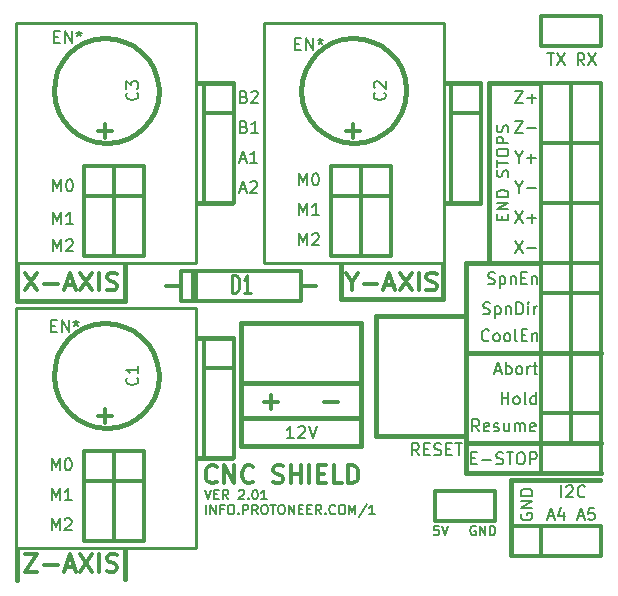
<source format=gto>
G04 (created by PCBNEW-RS274X (2012-01-19 BZR 3256)-stable) date 20/07/2013 4:07:59 p.m.*
G01*
G70*
G90*
%MOIN*%
G04 Gerber Fmt 3.4, Leading zero omitted, Abs format*
%FSLAX34Y34*%
G04 APERTURE LIST*
%ADD10C,0.006000*%
%ADD11C,0.005900*%
%ADD12C,0.015000*%
%ADD13C,0.007900*%
%ADD14C,0.012000*%
%ADD15C,0.011800*%
%ADD16C,0.008000*%
%ADD17C,0.010000*%
G04 APERTURE END LIST*
G54D10*
G54D11*
X39340Y-32012D02*
X39190Y-32012D01*
X39175Y-32162D01*
X39190Y-32147D01*
X39220Y-32132D01*
X39295Y-32132D01*
X39325Y-32147D01*
X39340Y-32162D01*
X39355Y-32192D01*
X39355Y-32267D01*
X39340Y-32297D01*
X39325Y-32312D01*
X39295Y-32327D01*
X39220Y-32327D01*
X39190Y-32312D01*
X39175Y-32297D01*
X39445Y-32012D02*
X39550Y-32327D01*
X39655Y-32012D01*
X40560Y-32027D02*
X40530Y-32012D01*
X40485Y-32012D01*
X40440Y-32027D01*
X40410Y-32057D01*
X40395Y-32087D01*
X40380Y-32147D01*
X40380Y-32192D01*
X40395Y-32252D01*
X40410Y-32282D01*
X40440Y-32312D01*
X40485Y-32327D01*
X40515Y-32327D01*
X40560Y-32312D01*
X40575Y-32297D01*
X40575Y-32192D01*
X40515Y-32192D01*
X40710Y-32327D02*
X40710Y-32012D01*
X40890Y-32327D01*
X40890Y-32012D01*
X41040Y-32327D02*
X41040Y-32012D01*
X41115Y-32012D01*
X41160Y-32027D01*
X41190Y-32057D01*
X41205Y-32087D01*
X41220Y-32147D01*
X41220Y-32192D01*
X41205Y-32252D01*
X41190Y-32282D01*
X41160Y-32312D01*
X41115Y-32327D01*
X41040Y-32327D01*
G54D12*
X36750Y-27250D02*
X36750Y-29350D01*
X32750Y-27250D02*
X32750Y-29350D01*
X41750Y-30475D02*
X44725Y-30475D01*
X25275Y-32775D02*
X25275Y-33800D01*
X28875Y-32775D02*
X28875Y-33775D01*
X40700Y-21250D02*
X39550Y-21250D01*
X40700Y-17250D02*
X39550Y-17250D01*
X32450Y-29750D02*
X31300Y-29750D01*
X32450Y-25750D02*
X31300Y-25750D01*
X32450Y-21250D02*
X31300Y-21250D01*
X32450Y-17250D02*
X31300Y-17250D01*
X41750Y-32950D02*
X41750Y-30500D01*
G54D13*
X43416Y-31059D02*
X43416Y-30665D01*
X43585Y-30703D02*
X43604Y-30684D01*
X43641Y-30665D01*
X43735Y-30665D01*
X43773Y-30684D01*
X43791Y-30703D01*
X43810Y-30741D01*
X43810Y-30778D01*
X43791Y-30834D01*
X43566Y-31059D01*
X43810Y-31059D01*
X44204Y-31022D02*
X44185Y-31041D01*
X44129Y-31059D01*
X44091Y-31059D01*
X44035Y-31041D01*
X43998Y-31003D01*
X43979Y-30966D01*
X43960Y-30891D01*
X43960Y-30834D01*
X43979Y-30759D01*
X43998Y-30722D01*
X44035Y-30684D01*
X44091Y-30665D01*
X44129Y-30665D01*
X44185Y-30684D01*
X44204Y-30703D01*
X42084Y-31600D02*
X42065Y-31637D01*
X42065Y-31694D01*
X42084Y-31750D01*
X42122Y-31787D01*
X42159Y-31806D01*
X42234Y-31825D01*
X42291Y-31825D01*
X42366Y-31806D01*
X42403Y-31787D01*
X42441Y-31750D01*
X42459Y-31694D01*
X42459Y-31656D01*
X42441Y-31600D01*
X42422Y-31581D01*
X42291Y-31581D01*
X42291Y-31656D01*
X42459Y-31412D02*
X42065Y-31412D01*
X42459Y-31187D01*
X42065Y-31187D01*
X42459Y-30999D02*
X42065Y-30999D01*
X42065Y-30905D01*
X42084Y-30849D01*
X42122Y-30812D01*
X42159Y-30793D01*
X42234Y-30774D01*
X42291Y-30774D01*
X42366Y-30793D01*
X42403Y-30812D01*
X42441Y-30849D01*
X42459Y-30905D01*
X42459Y-30999D01*
X43969Y-31697D02*
X44157Y-31697D01*
X43932Y-31809D02*
X44063Y-31415D01*
X44194Y-31809D01*
X44513Y-31415D02*
X44326Y-31415D01*
X44307Y-31603D01*
X44326Y-31584D01*
X44363Y-31566D01*
X44457Y-31566D01*
X44495Y-31584D01*
X44513Y-31603D01*
X44532Y-31641D01*
X44532Y-31734D01*
X44513Y-31772D01*
X44495Y-31791D01*
X44457Y-31809D01*
X44363Y-31809D01*
X44326Y-31791D01*
X44307Y-31772D01*
X42969Y-31697D02*
X43157Y-31697D01*
X42932Y-31809D02*
X43063Y-31415D01*
X43194Y-31809D01*
X43495Y-31547D02*
X43495Y-31809D01*
X43401Y-31397D02*
X43307Y-31678D01*
X43551Y-31678D01*
G54D12*
X32750Y-28425D02*
X36700Y-28425D01*
X36075Y-24450D02*
X36075Y-23300D01*
X39475Y-24450D02*
X36075Y-24450D01*
X39475Y-23275D02*
X39475Y-24450D01*
X28875Y-24500D02*
X28875Y-23300D01*
X25275Y-24500D02*
X28875Y-24500D01*
X25275Y-23275D02*
X25275Y-24500D01*
X36750Y-29350D02*
X32750Y-29350D01*
G54D14*
X35522Y-27894D02*
X35979Y-27894D01*
X33525Y-27889D02*
X33975Y-27889D01*
X33750Y-28114D02*
X33750Y-27663D01*
G54D12*
X40250Y-26250D02*
X44750Y-26250D01*
X40250Y-29250D02*
X44750Y-29250D01*
X44750Y-30250D02*
X40250Y-30250D01*
X40250Y-23250D02*
X41000Y-23250D01*
X40250Y-30250D02*
X40250Y-23250D01*
G54D13*
X40684Y-28859D02*
X40553Y-28672D01*
X40459Y-28859D02*
X40459Y-28465D01*
X40609Y-28465D01*
X40646Y-28484D01*
X40665Y-28503D01*
X40684Y-28541D01*
X40684Y-28597D01*
X40665Y-28634D01*
X40646Y-28653D01*
X40609Y-28672D01*
X40459Y-28672D01*
X41003Y-28841D02*
X40965Y-28859D01*
X40890Y-28859D01*
X40853Y-28841D01*
X40834Y-28803D01*
X40834Y-28653D01*
X40853Y-28616D01*
X40890Y-28597D01*
X40965Y-28597D01*
X41003Y-28616D01*
X41022Y-28653D01*
X41022Y-28691D01*
X40834Y-28728D01*
X41172Y-28841D02*
X41210Y-28859D01*
X41285Y-28859D01*
X41322Y-28841D01*
X41341Y-28803D01*
X41341Y-28784D01*
X41322Y-28747D01*
X41285Y-28728D01*
X41228Y-28728D01*
X41191Y-28709D01*
X41172Y-28672D01*
X41172Y-28653D01*
X41191Y-28616D01*
X41228Y-28597D01*
X41285Y-28597D01*
X41322Y-28616D01*
X41679Y-28597D02*
X41679Y-28859D01*
X41510Y-28597D02*
X41510Y-28803D01*
X41529Y-28841D01*
X41566Y-28859D01*
X41622Y-28859D01*
X41660Y-28841D01*
X41679Y-28822D01*
X41866Y-28859D02*
X41866Y-28597D01*
X41866Y-28634D02*
X41885Y-28616D01*
X41922Y-28597D01*
X41978Y-28597D01*
X42016Y-28616D01*
X42035Y-28653D01*
X42035Y-28859D01*
X42035Y-28653D02*
X42053Y-28616D01*
X42091Y-28597D01*
X42147Y-28597D01*
X42185Y-28616D01*
X42204Y-28653D01*
X42204Y-28859D01*
X42541Y-28841D02*
X42503Y-28859D01*
X42428Y-28859D01*
X42391Y-28841D01*
X42372Y-28803D01*
X42372Y-28653D01*
X42391Y-28616D01*
X42428Y-28597D01*
X42503Y-28597D01*
X42541Y-28616D01*
X42560Y-28653D01*
X42560Y-28691D01*
X42372Y-28728D01*
X41429Y-27959D02*
X41429Y-27565D01*
X41429Y-27753D02*
X41654Y-27753D01*
X41654Y-27959D02*
X41654Y-27565D01*
X41898Y-27959D02*
X41861Y-27941D01*
X41842Y-27922D01*
X41823Y-27884D01*
X41823Y-27772D01*
X41842Y-27734D01*
X41861Y-27716D01*
X41898Y-27697D01*
X41954Y-27697D01*
X41992Y-27716D01*
X42011Y-27734D01*
X42029Y-27772D01*
X42029Y-27884D01*
X42011Y-27922D01*
X41992Y-27941D01*
X41954Y-27959D01*
X41898Y-27959D01*
X42254Y-27959D02*
X42217Y-27941D01*
X42198Y-27903D01*
X42198Y-27565D01*
X42573Y-27959D02*
X42573Y-27565D01*
X42573Y-27941D02*
X42535Y-27959D01*
X42460Y-27959D01*
X42423Y-27941D01*
X42404Y-27922D01*
X42385Y-27884D01*
X42385Y-27772D01*
X42404Y-27734D01*
X42423Y-27716D01*
X42460Y-27697D01*
X42535Y-27697D01*
X42573Y-27716D01*
X41216Y-26847D02*
X41404Y-26847D01*
X41179Y-26959D02*
X41310Y-26565D01*
X41441Y-26959D01*
X41573Y-26959D02*
X41573Y-26565D01*
X41573Y-26716D02*
X41610Y-26697D01*
X41685Y-26697D01*
X41723Y-26716D01*
X41742Y-26734D01*
X41760Y-26772D01*
X41760Y-26884D01*
X41742Y-26922D01*
X41723Y-26941D01*
X41685Y-26959D01*
X41610Y-26959D01*
X41573Y-26941D01*
X41985Y-26959D02*
X41948Y-26941D01*
X41929Y-26922D01*
X41910Y-26884D01*
X41910Y-26772D01*
X41929Y-26734D01*
X41948Y-26716D01*
X41985Y-26697D01*
X42041Y-26697D01*
X42079Y-26716D01*
X42098Y-26734D01*
X42116Y-26772D01*
X42116Y-26884D01*
X42098Y-26922D01*
X42079Y-26941D01*
X42041Y-26959D01*
X41985Y-26959D01*
X42285Y-26959D02*
X42285Y-26697D01*
X42285Y-26772D02*
X42304Y-26734D01*
X42322Y-26716D01*
X42360Y-26697D01*
X42397Y-26697D01*
X42473Y-26697D02*
X42623Y-26697D01*
X42529Y-26565D02*
X42529Y-26903D01*
X42548Y-26941D01*
X42585Y-26959D01*
X42623Y-26959D01*
X41007Y-25822D02*
X40988Y-25841D01*
X40932Y-25859D01*
X40894Y-25859D01*
X40838Y-25841D01*
X40801Y-25803D01*
X40782Y-25766D01*
X40763Y-25691D01*
X40763Y-25634D01*
X40782Y-25559D01*
X40801Y-25522D01*
X40838Y-25484D01*
X40894Y-25465D01*
X40932Y-25465D01*
X40988Y-25484D01*
X41007Y-25503D01*
X41232Y-25859D02*
X41195Y-25841D01*
X41176Y-25822D01*
X41157Y-25784D01*
X41157Y-25672D01*
X41176Y-25634D01*
X41195Y-25616D01*
X41232Y-25597D01*
X41288Y-25597D01*
X41326Y-25616D01*
X41345Y-25634D01*
X41363Y-25672D01*
X41363Y-25784D01*
X41345Y-25822D01*
X41326Y-25841D01*
X41288Y-25859D01*
X41232Y-25859D01*
X41588Y-25859D02*
X41551Y-25841D01*
X41532Y-25822D01*
X41513Y-25784D01*
X41513Y-25672D01*
X41532Y-25634D01*
X41551Y-25616D01*
X41588Y-25597D01*
X41644Y-25597D01*
X41682Y-25616D01*
X41701Y-25634D01*
X41719Y-25672D01*
X41719Y-25784D01*
X41701Y-25822D01*
X41682Y-25841D01*
X41644Y-25859D01*
X41588Y-25859D01*
X41944Y-25859D02*
X41907Y-25841D01*
X41888Y-25803D01*
X41888Y-25465D01*
X42094Y-25653D02*
X42225Y-25653D01*
X42281Y-25859D02*
X42094Y-25859D01*
X42094Y-25465D01*
X42281Y-25465D01*
X42450Y-25597D02*
X42450Y-25859D01*
X42450Y-25634D02*
X42469Y-25616D01*
X42506Y-25597D01*
X42562Y-25597D01*
X42600Y-25616D01*
X42619Y-25653D01*
X42619Y-25859D01*
X40819Y-24941D02*
X40875Y-24959D01*
X40969Y-24959D01*
X41007Y-24941D01*
X41025Y-24922D01*
X41044Y-24884D01*
X41044Y-24847D01*
X41025Y-24809D01*
X41007Y-24791D01*
X40969Y-24772D01*
X40894Y-24753D01*
X40857Y-24734D01*
X40838Y-24716D01*
X40819Y-24678D01*
X40819Y-24641D01*
X40838Y-24603D01*
X40857Y-24584D01*
X40894Y-24565D01*
X40988Y-24565D01*
X41044Y-24584D01*
X41213Y-24697D02*
X41213Y-25091D01*
X41213Y-24716D02*
X41250Y-24697D01*
X41325Y-24697D01*
X41363Y-24716D01*
X41382Y-24734D01*
X41400Y-24772D01*
X41400Y-24884D01*
X41382Y-24922D01*
X41363Y-24941D01*
X41325Y-24959D01*
X41250Y-24959D01*
X41213Y-24941D01*
X41569Y-24697D02*
X41569Y-24959D01*
X41569Y-24734D02*
X41588Y-24716D01*
X41625Y-24697D01*
X41681Y-24697D01*
X41719Y-24716D01*
X41738Y-24753D01*
X41738Y-24959D01*
X41925Y-24959D02*
X41925Y-24565D01*
X42019Y-24565D01*
X42075Y-24584D01*
X42112Y-24622D01*
X42131Y-24659D01*
X42150Y-24734D01*
X42150Y-24791D01*
X42131Y-24866D01*
X42112Y-24903D01*
X42075Y-24941D01*
X42019Y-24959D01*
X41925Y-24959D01*
X42319Y-24959D02*
X42319Y-24697D01*
X42319Y-24565D02*
X42300Y-24584D01*
X42319Y-24603D01*
X42338Y-24584D01*
X42319Y-24565D01*
X42319Y-24603D01*
X42507Y-24959D02*
X42507Y-24697D01*
X42507Y-24772D02*
X42526Y-24734D01*
X42544Y-24716D01*
X42582Y-24697D01*
X42619Y-24697D01*
X40976Y-23941D02*
X41032Y-23959D01*
X41126Y-23959D01*
X41164Y-23941D01*
X41182Y-23922D01*
X41201Y-23884D01*
X41201Y-23847D01*
X41182Y-23809D01*
X41164Y-23791D01*
X41126Y-23772D01*
X41051Y-23753D01*
X41014Y-23734D01*
X40995Y-23716D01*
X40976Y-23678D01*
X40976Y-23641D01*
X40995Y-23603D01*
X41014Y-23584D01*
X41051Y-23565D01*
X41145Y-23565D01*
X41201Y-23584D01*
X41370Y-23697D02*
X41370Y-24091D01*
X41370Y-23716D02*
X41407Y-23697D01*
X41482Y-23697D01*
X41520Y-23716D01*
X41539Y-23734D01*
X41557Y-23772D01*
X41557Y-23884D01*
X41539Y-23922D01*
X41520Y-23941D01*
X41482Y-23959D01*
X41407Y-23959D01*
X41370Y-23941D01*
X41726Y-23697D02*
X41726Y-23959D01*
X41726Y-23734D02*
X41745Y-23716D01*
X41782Y-23697D01*
X41838Y-23697D01*
X41876Y-23716D01*
X41895Y-23753D01*
X41895Y-23959D01*
X42082Y-23753D02*
X42213Y-23753D01*
X42269Y-23959D02*
X42082Y-23959D01*
X42082Y-23565D01*
X42269Y-23565D01*
X42438Y-23697D02*
X42438Y-23959D01*
X42438Y-23734D02*
X42457Y-23716D01*
X42494Y-23697D01*
X42550Y-23697D01*
X42588Y-23716D01*
X42607Y-23753D01*
X42607Y-23959D01*
X32841Y-17703D02*
X32897Y-17722D01*
X32916Y-17741D01*
X32935Y-17778D01*
X32935Y-17834D01*
X32916Y-17872D01*
X32897Y-17891D01*
X32860Y-17909D01*
X32710Y-17909D01*
X32710Y-17515D01*
X32841Y-17515D01*
X32879Y-17534D01*
X32897Y-17553D01*
X32916Y-17591D01*
X32916Y-17628D01*
X32897Y-17666D01*
X32879Y-17684D01*
X32841Y-17703D01*
X32710Y-17703D01*
X33085Y-17553D02*
X33104Y-17534D01*
X33141Y-17515D01*
X33235Y-17515D01*
X33273Y-17534D01*
X33291Y-17553D01*
X33310Y-17591D01*
X33310Y-17628D01*
X33291Y-17684D01*
X33066Y-17909D01*
X33310Y-17909D01*
X32841Y-18703D02*
X32897Y-18722D01*
X32916Y-18741D01*
X32935Y-18778D01*
X32935Y-18834D01*
X32916Y-18872D01*
X32897Y-18891D01*
X32860Y-18909D01*
X32710Y-18909D01*
X32710Y-18515D01*
X32841Y-18515D01*
X32879Y-18534D01*
X32897Y-18553D01*
X32916Y-18591D01*
X32916Y-18628D01*
X32897Y-18666D01*
X32879Y-18684D01*
X32841Y-18703D01*
X32710Y-18703D01*
X33310Y-18909D02*
X33085Y-18909D01*
X33198Y-18909D02*
X33198Y-18515D01*
X33160Y-18572D01*
X33123Y-18609D01*
X33085Y-18628D01*
X32719Y-19797D02*
X32907Y-19797D01*
X32682Y-19909D02*
X32813Y-19515D01*
X32944Y-19909D01*
X33282Y-19909D02*
X33057Y-19909D01*
X33170Y-19909D02*
X33170Y-19515D01*
X33132Y-19572D01*
X33095Y-19609D01*
X33057Y-19628D01*
X32719Y-20797D02*
X32907Y-20797D01*
X32682Y-20909D02*
X32813Y-20515D01*
X32944Y-20909D01*
X33057Y-20553D02*
X33076Y-20534D01*
X33113Y-20515D01*
X33207Y-20515D01*
X33245Y-20534D01*
X33263Y-20553D01*
X33282Y-20591D01*
X33282Y-20628D01*
X33263Y-20684D01*
X33038Y-20909D01*
X33282Y-20909D01*
G54D12*
X41000Y-23250D02*
X42750Y-23250D01*
X41000Y-17250D02*
X41000Y-23250D01*
X42750Y-17250D02*
X41000Y-17250D01*
G54D13*
X41453Y-21816D02*
X41453Y-21685D01*
X41659Y-21629D02*
X41659Y-21816D01*
X41265Y-21816D01*
X41265Y-21629D01*
X41659Y-21460D02*
X41265Y-21460D01*
X41659Y-21235D01*
X41265Y-21235D01*
X41659Y-21047D02*
X41265Y-21047D01*
X41265Y-20953D01*
X41284Y-20897D01*
X41322Y-20860D01*
X41359Y-20841D01*
X41434Y-20822D01*
X41491Y-20822D01*
X41566Y-20841D01*
X41603Y-20860D01*
X41641Y-20897D01*
X41659Y-20953D01*
X41659Y-21047D01*
X41641Y-20372D02*
X41659Y-20316D01*
X41659Y-20222D01*
X41641Y-20184D01*
X41622Y-20166D01*
X41584Y-20147D01*
X41547Y-20147D01*
X41509Y-20166D01*
X41491Y-20184D01*
X41472Y-20222D01*
X41453Y-20297D01*
X41434Y-20334D01*
X41416Y-20353D01*
X41378Y-20372D01*
X41341Y-20372D01*
X41303Y-20353D01*
X41284Y-20334D01*
X41265Y-20297D01*
X41265Y-20203D01*
X41284Y-20147D01*
X41265Y-20034D02*
X41265Y-19809D01*
X41659Y-19922D02*
X41265Y-19922D01*
X41265Y-19603D02*
X41265Y-19528D01*
X41284Y-19491D01*
X41322Y-19453D01*
X41397Y-19434D01*
X41528Y-19434D01*
X41603Y-19453D01*
X41641Y-19491D01*
X41659Y-19528D01*
X41659Y-19603D01*
X41641Y-19641D01*
X41603Y-19678D01*
X41528Y-19697D01*
X41397Y-19697D01*
X41322Y-19678D01*
X41284Y-19641D01*
X41265Y-19603D01*
X41659Y-19265D02*
X41265Y-19265D01*
X41265Y-19115D01*
X41284Y-19078D01*
X41303Y-19059D01*
X41341Y-19040D01*
X41397Y-19040D01*
X41434Y-19059D01*
X41453Y-19078D01*
X41472Y-19115D01*
X41472Y-19265D01*
X41641Y-18890D02*
X41659Y-18834D01*
X41659Y-18740D01*
X41641Y-18702D01*
X41622Y-18684D01*
X41584Y-18665D01*
X41547Y-18665D01*
X41509Y-18684D01*
X41491Y-18702D01*
X41472Y-18740D01*
X41453Y-18815D01*
X41434Y-18852D01*
X41416Y-18871D01*
X41378Y-18890D01*
X41341Y-18890D01*
X41303Y-18871D01*
X41284Y-18852D01*
X41265Y-18815D01*
X41265Y-18721D01*
X41284Y-18665D01*
X41875Y-18515D02*
X42138Y-18515D01*
X41875Y-18909D01*
X42138Y-18909D01*
X42288Y-18759D02*
X42588Y-18759D01*
X41875Y-17515D02*
X42138Y-17515D01*
X41875Y-17909D01*
X42138Y-17909D01*
X42288Y-17759D02*
X42588Y-17759D01*
X42438Y-17909D02*
X42438Y-17609D01*
X42006Y-20722D02*
X42006Y-20909D01*
X41875Y-20515D02*
X42006Y-20722D01*
X42137Y-20515D01*
X42269Y-20759D02*
X42569Y-20759D01*
X42006Y-19722D02*
X42006Y-19909D01*
X41875Y-19515D02*
X42006Y-19722D01*
X42137Y-19515D01*
X42269Y-19759D02*
X42569Y-19759D01*
X42419Y-19909D02*
X42419Y-19609D01*
X41875Y-22515D02*
X42138Y-22909D01*
X42138Y-22515D02*
X41875Y-22909D01*
X42288Y-22759D02*
X42588Y-22759D01*
X41875Y-21515D02*
X42138Y-21909D01*
X42138Y-21515D02*
X41875Y-21909D01*
X42288Y-21759D02*
X42588Y-21759D01*
X42438Y-21909D02*
X42438Y-21609D01*
X42951Y-16265D02*
X43176Y-16265D01*
X43063Y-16659D02*
X43063Y-16265D01*
X43269Y-16265D02*
X43532Y-16659D01*
X43532Y-16265D02*
X43269Y-16659D01*
X44185Y-16659D02*
X44054Y-16472D01*
X43960Y-16659D02*
X43960Y-16265D01*
X44110Y-16265D01*
X44147Y-16284D01*
X44166Y-16303D01*
X44185Y-16341D01*
X44185Y-16397D01*
X44166Y-16434D01*
X44147Y-16453D01*
X44110Y-16472D01*
X43960Y-16472D01*
X44316Y-16265D02*
X44579Y-16659D01*
X44579Y-16265D02*
X44316Y-16659D01*
G54D14*
X36433Y-23882D02*
X36433Y-24164D01*
X36233Y-23573D02*
X36433Y-23882D01*
X36633Y-23573D01*
X36833Y-23939D02*
X37290Y-23939D01*
X37547Y-23995D02*
X37833Y-23995D01*
X37490Y-24164D02*
X37690Y-23573D01*
X37890Y-24164D01*
X38033Y-23573D02*
X38433Y-24164D01*
X38433Y-23573D02*
X38033Y-24164D01*
X38661Y-24164D02*
X38661Y-23573D01*
X38918Y-24136D02*
X39004Y-24164D01*
X39147Y-24164D01*
X39204Y-24136D01*
X39233Y-24107D01*
X39261Y-24051D01*
X39261Y-23995D01*
X39233Y-23939D01*
X39204Y-23910D01*
X39147Y-23882D01*
X39033Y-23854D01*
X38975Y-23826D01*
X38947Y-23798D01*
X38918Y-23742D01*
X38918Y-23685D01*
X38947Y-23629D01*
X38975Y-23601D01*
X39033Y-23573D01*
X39175Y-23573D01*
X39261Y-23601D01*
X25558Y-32948D02*
X25958Y-32948D01*
X25558Y-33539D01*
X25958Y-33539D01*
X26186Y-33314D02*
X26643Y-33314D01*
X26900Y-33370D02*
X27186Y-33370D01*
X26843Y-33539D02*
X27043Y-32948D01*
X27243Y-33539D01*
X27386Y-32948D02*
X27786Y-33539D01*
X27786Y-32948D02*
X27386Y-33539D01*
X28014Y-33539D02*
X28014Y-32948D01*
X28271Y-33511D02*
X28357Y-33539D01*
X28500Y-33539D01*
X28557Y-33511D01*
X28586Y-33482D01*
X28614Y-33426D01*
X28614Y-33370D01*
X28586Y-33314D01*
X28557Y-33285D01*
X28500Y-33257D01*
X28386Y-33229D01*
X28328Y-33201D01*
X28300Y-33173D01*
X28271Y-33117D01*
X28271Y-33060D01*
X28300Y-33004D01*
X28328Y-32976D01*
X28386Y-32948D01*
X28528Y-32948D01*
X28614Y-32976D01*
X25558Y-23573D02*
X25958Y-24164D01*
X25958Y-23573D02*
X25558Y-24164D01*
X26186Y-23939D02*
X26643Y-23939D01*
X26900Y-23995D02*
X27186Y-23995D01*
X26843Y-24164D02*
X27043Y-23573D01*
X27243Y-24164D01*
X27386Y-23573D02*
X27786Y-24164D01*
X27786Y-23573D02*
X27386Y-24164D01*
X28014Y-24164D02*
X28014Y-23573D01*
X28271Y-24136D02*
X28357Y-24164D01*
X28500Y-24164D01*
X28557Y-24136D01*
X28586Y-24107D01*
X28614Y-24051D01*
X28614Y-23995D01*
X28586Y-23939D01*
X28557Y-23910D01*
X28500Y-23882D01*
X28386Y-23854D01*
X28328Y-23826D01*
X28300Y-23798D01*
X28271Y-23742D01*
X28271Y-23685D01*
X28300Y-23629D01*
X28328Y-23601D01*
X28386Y-23573D01*
X28528Y-23573D01*
X28614Y-23601D01*
G54D11*
X31530Y-30812D02*
X31635Y-31127D01*
X31740Y-30812D01*
X31845Y-30962D02*
X31950Y-30962D01*
X31995Y-31127D02*
X31845Y-31127D01*
X31845Y-30812D01*
X31995Y-30812D01*
X32310Y-31127D02*
X32205Y-30977D01*
X32130Y-31127D02*
X32130Y-30812D01*
X32250Y-30812D01*
X32280Y-30827D01*
X32295Y-30842D01*
X32310Y-30872D01*
X32310Y-30917D01*
X32295Y-30947D01*
X32280Y-30962D01*
X32250Y-30977D01*
X32130Y-30977D01*
X32670Y-30842D02*
X32685Y-30827D01*
X32715Y-30812D01*
X32790Y-30812D01*
X32820Y-30827D01*
X32835Y-30842D01*
X32850Y-30872D01*
X32850Y-30902D01*
X32835Y-30947D01*
X32655Y-31127D01*
X32850Y-31127D01*
X32985Y-31097D02*
X33000Y-31112D01*
X32985Y-31127D01*
X32970Y-31112D01*
X32985Y-31097D01*
X32985Y-31127D01*
X33195Y-30812D02*
X33225Y-30812D01*
X33255Y-30827D01*
X33270Y-30842D01*
X33285Y-30872D01*
X33300Y-30932D01*
X33300Y-31007D01*
X33285Y-31067D01*
X33270Y-31097D01*
X33255Y-31112D01*
X33225Y-31127D01*
X33195Y-31127D01*
X33165Y-31112D01*
X33150Y-31097D01*
X33135Y-31067D01*
X33120Y-31007D01*
X33120Y-30932D01*
X33135Y-30872D01*
X33150Y-30842D01*
X33165Y-30827D01*
X33195Y-30812D01*
X33600Y-31127D02*
X33420Y-31127D01*
X33510Y-31127D02*
X33510Y-30812D01*
X33480Y-30857D01*
X33450Y-30887D01*
X33420Y-30902D01*
X31575Y-31627D02*
X31575Y-31312D01*
X31725Y-31627D02*
X31725Y-31312D01*
X31905Y-31627D01*
X31905Y-31312D01*
X32160Y-31462D02*
X32055Y-31462D01*
X32055Y-31627D02*
X32055Y-31312D01*
X32205Y-31312D01*
X32385Y-31312D02*
X32445Y-31312D01*
X32475Y-31327D01*
X32505Y-31357D01*
X32520Y-31417D01*
X32520Y-31522D01*
X32505Y-31582D01*
X32475Y-31612D01*
X32445Y-31627D01*
X32385Y-31627D01*
X32355Y-31612D01*
X32325Y-31582D01*
X32310Y-31522D01*
X32310Y-31417D01*
X32325Y-31357D01*
X32355Y-31327D01*
X32385Y-31312D01*
X32655Y-31597D02*
X32670Y-31612D01*
X32655Y-31627D01*
X32640Y-31612D01*
X32655Y-31597D01*
X32655Y-31627D01*
X32805Y-31627D02*
X32805Y-31312D01*
X32925Y-31312D01*
X32955Y-31327D01*
X32970Y-31342D01*
X32985Y-31372D01*
X32985Y-31417D01*
X32970Y-31447D01*
X32955Y-31462D01*
X32925Y-31477D01*
X32805Y-31477D01*
X33300Y-31627D02*
X33195Y-31477D01*
X33120Y-31627D02*
X33120Y-31312D01*
X33240Y-31312D01*
X33270Y-31327D01*
X33285Y-31342D01*
X33300Y-31372D01*
X33300Y-31417D01*
X33285Y-31447D01*
X33270Y-31462D01*
X33240Y-31477D01*
X33120Y-31477D01*
X33495Y-31312D02*
X33555Y-31312D01*
X33585Y-31327D01*
X33615Y-31357D01*
X33630Y-31417D01*
X33630Y-31522D01*
X33615Y-31582D01*
X33585Y-31612D01*
X33555Y-31627D01*
X33495Y-31627D01*
X33465Y-31612D01*
X33435Y-31582D01*
X33420Y-31522D01*
X33420Y-31417D01*
X33435Y-31357D01*
X33465Y-31327D01*
X33495Y-31312D01*
X33720Y-31312D02*
X33900Y-31312D01*
X33810Y-31627D02*
X33810Y-31312D01*
X34065Y-31312D02*
X34125Y-31312D01*
X34155Y-31327D01*
X34185Y-31357D01*
X34200Y-31417D01*
X34200Y-31522D01*
X34185Y-31582D01*
X34155Y-31612D01*
X34125Y-31627D01*
X34065Y-31627D01*
X34035Y-31612D01*
X34005Y-31582D01*
X33990Y-31522D01*
X33990Y-31417D01*
X34005Y-31357D01*
X34035Y-31327D01*
X34065Y-31312D01*
X34335Y-31627D02*
X34335Y-31312D01*
X34515Y-31627D01*
X34515Y-31312D01*
X34665Y-31462D02*
X34770Y-31462D01*
X34815Y-31627D02*
X34665Y-31627D01*
X34665Y-31312D01*
X34815Y-31312D01*
X34950Y-31462D02*
X35055Y-31462D01*
X35100Y-31627D02*
X34950Y-31627D01*
X34950Y-31312D01*
X35100Y-31312D01*
X35415Y-31627D02*
X35310Y-31477D01*
X35235Y-31627D02*
X35235Y-31312D01*
X35355Y-31312D01*
X35385Y-31327D01*
X35400Y-31342D01*
X35415Y-31372D01*
X35415Y-31417D01*
X35400Y-31447D01*
X35385Y-31462D01*
X35355Y-31477D01*
X35235Y-31477D01*
X35550Y-31597D02*
X35565Y-31612D01*
X35550Y-31627D01*
X35535Y-31612D01*
X35550Y-31597D01*
X35550Y-31627D01*
X35880Y-31597D02*
X35865Y-31612D01*
X35820Y-31627D01*
X35790Y-31627D01*
X35745Y-31612D01*
X35715Y-31582D01*
X35700Y-31552D01*
X35685Y-31492D01*
X35685Y-31447D01*
X35700Y-31387D01*
X35715Y-31357D01*
X35745Y-31327D01*
X35790Y-31312D01*
X35820Y-31312D01*
X35865Y-31327D01*
X35880Y-31342D01*
X36075Y-31312D02*
X36135Y-31312D01*
X36165Y-31327D01*
X36195Y-31357D01*
X36210Y-31417D01*
X36210Y-31522D01*
X36195Y-31582D01*
X36165Y-31612D01*
X36135Y-31627D01*
X36075Y-31627D01*
X36045Y-31612D01*
X36015Y-31582D01*
X36000Y-31522D01*
X36000Y-31417D01*
X36015Y-31357D01*
X36045Y-31327D01*
X36075Y-31312D01*
X36345Y-31627D02*
X36345Y-31312D01*
X36450Y-31537D01*
X36555Y-31312D01*
X36555Y-31627D01*
X36930Y-31297D02*
X36660Y-31702D01*
X37200Y-31627D02*
X37020Y-31627D01*
X37110Y-31627D02*
X37110Y-31312D01*
X37080Y-31357D01*
X37050Y-31387D01*
X37020Y-31402D01*
G54D15*
X31928Y-30532D02*
X31900Y-30561D01*
X31816Y-30589D01*
X31760Y-30589D01*
X31675Y-30561D01*
X31619Y-30504D01*
X31591Y-30448D01*
X31563Y-30335D01*
X31563Y-30251D01*
X31591Y-30138D01*
X31619Y-30082D01*
X31675Y-30026D01*
X31760Y-29998D01*
X31816Y-29998D01*
X31900Y-30026D01*
X31928Y-30054D01*
X32182Y-30589D02*
X32182Y-29998D01*
X32519Y-30589D01*
X32519Y-29998D01*
X33138Y-30532D02*
X33110Y-30561D01*
X33026Y-30589D01*
X32970Y-30589D01*
X32885Y-30561D01*
X32829Y-30504D01*
X32801Y-30448D01*
X32773Y-30335D01*
X32773Y-30251D01*
X32801Y-30138D01*
X32829Y-30082D01*
X32885Y-30026D01*
X32970Y-29998D01*
X33026Y-29998D01*
X33110Y-30026D01*
X33138Y-30054D01*
X33814Y-30561D02*
X33898Y-30589D01*
X34039Y-30589D01*
X34095Y-30561D01*
X34123Y-30532D01*
X34151Y-30476D01*
X34151Y-30420D01*
X34123Y-30364D01*
X34095Y-30335D01*
X34039Y-30307D01*
X33926Y-30279D01*
X33870Y-30251D01*
X33842Y-30223D01*
X33814Y-30167D01*
X33814Y-30110D01*
X33842Y-30054D01*
X33870Y-30026D01*
X33926Y-29998D01*
X34067Y-29998D01*
X34151Y-30026D01*
X34405Y-30589D02*
X34405Y-29998D01*
X34405Y-30279D02*
X34742Y-30279D01*
X34742Y-30589D02*
X34742Y-29998D01*
X35024Y-30589D02*
X35024Y-29998D01*
X35305Y-30279D02*
X35502Y-30279D01*
X35586Y-30589D02*
X35305Y-30589D01*
X35305Y-29998D01*
X35586Y-29998D01*
X36121Y-30589D02*
X35840Y-30589D01*
X35840Y-29998D01*
X36318Y-30589D02*
X36318Y-29998D01*
X36458Y-29998D01*
X36543Y-30026D01*
X36599Y-30082D01*
X36627Y-30138D01*
X36655Y-30251D01*
X36655Y-30335D01*
X36627Y-30448D01*
X36599Y-30504D01*
X36543Y-30561D01*
X36458Y-30589D01*
X36318Y-30589D01*
G54D16*
X26402Y-25352D02*
X26536Y-25352D01*
X26593Y-25562D02*
X26402Y-25562D01*
X26402Y-25162D01*
X26593Y-25162D01*
X26764Y-25562D02*
X26764Y-25162D01*
X26993Y-25562D01*
X26993Y-25162D01*
X27240Y-25162D02*
X27240Y-25257D01*
X27145Y-25219D02*
X27240Y-25257D01*
X27336Y-25219D01*
X27183Y-25333D02*
X27240Y-25257D01*
X27298Y-25333D01*
X34552Y-15952D02*
X34686Y-15952D01*
X34743Y-16162D02*
X34552Y-16162D01*
X34552Y-15762D01*
X34743Y-15762D01*
X34914Y-16162D02*
X34914Y-15762D01*
X35143Y-16162D01*
X35143Y-15762D01*
X35390Y-15762D02*
X35390Y-15857D01*
X35295Y-15819D02*
X35390Y-15857D01*
X35486Y-15819D01*
X35333Y-15933D02*
X35390Y-15857D01*
X35448Y-15933D01*
X26502Y-15702D02*
X26636Y-15702D01*
X26693Y-15912D02*
X26502Y-15912D01*
X26502Y-15512D01*
X26693Y-15512D01*
X26864Y-15912D02*
X26864Y-15512D01*
X27093Y-15912D01*
X27093Y-15512D01*
X27340Y-15512D02*
X27340Y-15607D01*
X27245Y-15569D02*
X27340Y-15607D01*
X27436Y-15569D01*
X27283Y-15683D02*
X27340Y-15607D01*
X27398Y-15683D01*
X26476Y-22862D02*
X26476Y-22462D01*
X26610Y-22748D01*
X26743Y-22462D01*
X26743Y-22862D01*
X26914Y-22500D02*
X26933Y-22481D01*
X26971Y-22462D01*
X27067Y-22462D01*
X27105Y-22481D01*
X27124Y-22500D01*
X27143Y-22538D01*
X27143Y-22576D01*
X27124Y-22633D01*
X26895Y-22862D01*
X27143Y-22862D01*
X26476Y-21962D02*
X26476Y-21562D01*
X26610Y-21848D01*
X26743Y-21562D01*
X26743Y-21962D01*
X27143Y-21962D02*
X26914Y-21962D01*
X27028Y-21962D02*
X27028Y-21562D01*
X26990Y-21619D01*
X26952Y-21657D01*
X26914Y-21676D01*
X26476Y-20862D02*
X26476Y-20462D01*
X26610Y-20748D01*
X26743Y-20462D01*
X26743Y-20862D01*
X27009Y-20462D02*
X27048Y-20462D01*
X27086Y-20481D01*
X27105Y-20500D01*
X27124Y-20538D01*
X27143Y-20614D01*
X27143Y-20710D01*
X27124Y-20786D01*
X27105Y-20824D01*
X27086Y-20843D01*
X27048Y-20862D01*
X27009Y-20862D01*
X26971Y-20843D01*
X26952Y-20824D01*
X26933Y-20786D01*
X26914Y-20710D01*
X26914Y-20614D01*
X26933Y-20538D01*
X26952Y-20500D01*
X26971Y-20481D01*
X27009Y-20462D01*
X34676Y-22662D02*
X34676Y-22262D01*
X34810Y-22548D01*
X34943Y-22262D01*
X34943Y-22662D01*
X35114Y-22300D02*
X35133Y-22281D01*
X35171Y-22262D01*
X35267Y-22262D01*
X35305Y-22281D01*
X35324Y-22300D01*
X35343Y-22338D01*
X35343Y-22376D01*
X35324Y-22433D01*
X35095Y-22662D01*
X35343Y-22662D01*
X34676Y-21662D02*
X34676Y-21262D01*
X34810Y-21548D01*
X34943Y-21262D01*
X34943Y-21662D01*
X35343Y-21662D02*
X35114Y-21662D01*
X35228Y-21662D02*
X35228Y-21262D01*
X35190Y-21319D01*
X35152Y-21357D01*
X35114Y-21376D01*
X34676Y-20662D02*
X34676Y-20262D01*
X34810Y-20548D01*
X34943Y-20262D01*
X34943Y-20662D01*
X35209Y-20262D02*
X35248Y-20262D01*
X35286Y-20281D01*
X35305Y-20300D01*
X35324Y-20338D01*
X35343Y-20414D01*
X35343Y-20510D01*
X35324Y-20586D01*
X35305Y-20624D01*
X35286Y-20643D01*
X35248Y-20662D01*
X35209Y-20662D01*
X35171Y-20643D01*
X35152Y-20624D01*
X35133Y-20586D01*
X35114Y-20510D01*
X35114Y-20414D01*
X35133Y-20338D01*
X35152Y-20300D01*
X35171Y-20281D01*
X35209Y-20262D01*
X26426Y-32162D02*
X26426Y-31762D01*
X26560Y-32048D01*
X26693Y-31762D01*
X26693Y-32162D01*
X26864Y-31800D02*
X26883Y-31781D01*
X26921Y-31762D01*
X27017Y-31762D01*
X27055Y-31781D01*
X27074Y-31800D01*
X27093Y-31838D01*
X27093Y-31876D01*
X27074Y-31933D01*
X26845Y-32162D01*
X27093Y-32162D01*
X26426Y-31162D02*
X26426Y-30762D01*
X26560Y-31048D01*
X26693Y-30762D01*
X26693Y-31162D01*
X27093Y-31162D02*
X26864Y-31162D01*
X26978Y-31162D02*
X26978Y-30762D01*
X26940Y-30819D01*
X26902Y-30857D01*
X26864Y-30876D01*
X26426Y-30162D02*
X26426Y-29762D01*
X26560Y-30048D01*
X26693Y-29762D01*
X26693Y-30162D01*
X26959Y-29762D02*
X26998Y-29762D01*
X27036Y-29781D01*
X27055Y-29800D01*
X27074Y-29838D01*
X27093Y-29914D01*
X27093Y-30010D01*
X27074Y-30086D01*
X27055Y-30124D01*
X27036Y-30143D01*
X26998Y-30162D01*
X26959Y-30162D01*
X26921Y-30143D01*
X26902Y-30124D01*
X26883Y-30086D01*
X26864Y-30010D01*
X26864Y-29914D01*
X26883Y-29838D01*
X26902Y-29800D01*
X26921Y-29781D01*
X26959Y-29762D01*
G54D14*
X30250Y-24000D02*
X30750Y-24000D01*
X30750Y-24000D02*
X30750Y-24500D01*
X30750Y-24500D02*
X34750Y-24500D01*
X34750Y-24500D02*
X34750Y-24000D01*
X34750Y-24000D02*
X35250Y-24000D01*
X34750Y-24000D02*
X34750Y-23500D01*
X34750Y-23500D02*
X30750Y-23500D01*
X30750Y-23500D02*
X30750Y-24000D01*
X31250Y-24500D02*
X31250Y-23500D01*
X31150Y-24500D02*
X31150Y-23500D01*
G54D17*
X25250Y-32750D02*
X25250Y-24750D01*
X25250Y-24750D02*
X31250Y-24750D01*
X31250Y-24750D02*
X31250Y-32750D01*
X31250Y-32750D02*
X25250Y-32750D01*
X33500Y-23250D02*
X33500Y-15250D01*
X33500Y-15250D02*
X39500Y-15250D01*
X39500Y-15250D02*
X39500Y-23250D01*
X39500Y-23250D02*
X33500Y-23250D01*
X25250Y-23250D02*
X25250Y-15250D01*
X25250Y-15250D02*
X31250Y-15250D01*
X31250Y-15250D02*
X31250Y-23250D01*
X31250Y-23250D02*
X25250Y-23250D01*
G54D14*
X27500Y-29500D02*
X28500Y-29500D01*
X28500Y-29500D02*
X28500Y-32500D01*
X28500Y-32500D02*
X27500Y-32500D01*
X27500Y-32500D02*
X27500Y-29500D01*
X28500Y-30500D02*
X27500Y-30500D01*
X36750Y-20000D02*
X37750Y-20000D01*
X37750Y-20000D02*
X37750Y-23000D01*
X37750Y-23000D02*
X36750Y-23000D01*
X36750Y-23000D02*
X36750Y-20000D01*
X37750Y-21000D02*
X36750Y-21000D01*
X35750Y-20000D02*
X36750Y-20000D01*
X36750Y-20000D02*
X36750Y-23000D01*
X36750Y-23000D02*
X35750Y-23000D01*
X35750Y-23000D02*
X35750Y-20000D01*
X36750Y-21000D02*
X35750Y-21000D01*
X28500Y-29500D02*
X29500Y-29500D01*
X29500Y-29500D02*
X29500Y-32500D01*
X29500Y-32500D02*
X28500Y-32500D01*
X28500Y-32500D02*
X28500Y-29500D01*
X29500Y-30500D02*
X28500Y-30500D01*
X27500Y-20000D02*
X28500Y-20000D01*
X28500Y-20000D02*
X28500Y-23000D01*
X28500Y-23000D02*
X27500Y-23000D01*
X27500Y-23000D02*
X27500Y-20000D01*
X28500Y-21000D02*
X27500Y-21000D01*
X28500Y-20000D02*
X29500Y-20000D01*
X29500Y-20000D02*
X29500Y-23000D01*
X29500Y-23000D02*
X28500Y-23000D01*
X28500Y-23000D02*
X28500Y-20000D01*
X29500Y-21000D02*
X28500Y-21000D01*
X42750Y-30250D02*
X42750Y-29250D01*
X42750Y-29250D02*
X44750Y-29250D01*
X44750Y-29250D02*
X44750Y-30250D01*
X44750Y-30250D02*
X42750Y-30250D01*
G54D12*
X36750Y-27250D02*
X32750Y-27250D01*
X36750Y-25250D02*
X32750Y-25250D01*
X36750Y-25250D02*
X36750Y-27250D01*
X32750Y-27250D02*
X32750Y-25250D01*
X37250Y-25000D02*
X37250Y-29000D01*
X37250Y-29000D02*
X40250Y-29000D01*
X40250Y-29000D02*
X40250Y-25000D01*
X40250Y-25000D02*
X37250Y-25000D01*
G54D14*
X44750Y-15000D02*
X44750Y-16000D01*
X44750Y-16000D02*
X42750Y-16000D01*
X42750Y-16000D02*
X42750Y-15000D01*
X42750Y-15000D02*
X44750Y-15000D01*
X32500Y-17250D02*
X32500Y-17250D01*
X31500Y-17250D02*
X32500Y-17250D01*
X32500Y-17250D02*
X32500Y-17250D01*
X32500Y-17250D02*
X32500Y-21250D01*
X32500Y-21250D02*
X31500Y-21250D01*
X31500Y-21250D02*
X31500Y-17250D01*
X31500Y-18250D02*
X32500Y-18250D01*
X40750Y-17250D02*
X40750Y-17250D01*
X39750Y-17250D02*
X40750Y-17250D01*
X40750Y-17250D02*
X40750Y-17250D01*
X40750Y-17250D02*
X40750Y-21250D01*
X40750Y-21250D02*
X39750Y-21250D01*
X39750Y-21250D02*
X39750Y-17250D01*
X39750Y-18250D02*
X40750Y-18250D01*
X32500Y-25750D02*
X32500Y-25750D01*
X31500Y-25750D02*
X32500Y-25750D01*
X32500Y-25750D02*
X32500Y-25750D01*
X32500Y-25750D02*
X32500Y-29750D01*
X32500Y-29750D02*
X31500Y-29750D01*
X31500Y-29750D02*
X31500Y-25750D01*
X31500Y-26750D02*
X32500Y-26750D01*
X41750Y-33000D02*
X41750Y-32000D01*
X41750Y-32000D02*
X44750Y-32000D01*
X44750Y-32000D02*
X44750Y-33000D01*
X44750Y-33000D02*
X41750Y-33000D01*
X42750Y-32000D02*
X42750Y-33000D01*
X42750Y-23250D02*
X43750Y-23250D01*
X43750Y-23250D02*
X43750Y-26250D01*
X43750Y-26250D02*
X42750Y-26250D01*
X42750Y-26250D02*
X42750Y-23250D01*
X43750Y-24250D02*
X42750Y-24250D01*
X43750Y-23250D02*
X44750Y-23250D01*
X44750Y-23250D02*
X44750Y-26250D01*
X44750Y-26250D02*
X43750Y-26250D01*
X43750Y-26250D02*
X43750Y-23250D01*
X44750Y-24250D02*
X43750Y-24250D01*
X43750Y-29250D02*
X42750Y-29250D01*
X42750Y-29250D02*
X42750Y-26250D01*
X42750Y-26250D02*
X43750Y-26250D01*
X43750Y-26250D02*
X43750Y-29250D01*
X42750Y-28250D02*
X43750Y-28250D01*
X44750Y-29250D02*
X43750Y-29250D01*
X43750Y-29250D02*
X43750Y-26250D01*
X43750Y-26250D02*
X44750Y-26250D01*
X44750Y-26250D02*
X44750Y-29250D01*
X43750Y-28250D02*
X44750Y-28250D01*
X42750Y-21250D02*
X43750Y-21250D01*
X43750Y-21250D02*
X43750Y-23250D01*
X43750Y-23250D02*
X42750Y-23250D01*
X42750Y-23250D02*
X42750Y-21250D01*
X42750Y-19250D02*
X43750Y-19250D01*
X43750Y-19250D02*
X43750Y-21250D01*
X43750Y-21250D02*
X42750Y-21250D01*
X42750Y-21250D02*
X42750Y-19250D01*
X42750Y-17250D02*
X43750Y-17250D01*
X43750Y-17250D02*
X43750Y-19250D01*
X43750Y-19250D02*
X42750Y-19250D01*
X42750Y-19250D02*
X42750Y-17250D01*
X43750Y-17250D02*
X44750Y-17250D01*
X44750Y-17250D02*
X44750Y-19250D01*
X44750Y-19250D02*
X43750Y-19250D01*
X43750Y-19250D02*
X43750Y-17250D01*
X43750Y-19250D02*
X44750Y-19250D01*
X44750Y-19250D02*
X44750Y-21250D01*
X44750Y-21250D02*
X43750Y-21250D01*
X43750Y-21250D02*
X43750Y-19250D01*
X43750Y-21250D02*
X44750Y-21250D01*
X44750Y-21250D02*
X44750Y-23250D01*
X44750Y-23250D02*
X43750Y-23250D01*
X43750Y-23250D02*
X43750Y-21250D01*
G54D12*
X30000Y-27000D02*
X29966Y-27339D01*
X29867Y-27666D01*
X29707Y-27968D01*
X29491Y-28233D01*
X29228Y-28450D01*
X28928Y-28613D01*
X28601Y-28714D01*
X28262Y-28749D01*
X27923Y-28719D01*
X27595Y-28622D01*
X27292Y-28464D01*
X27026Y-28250D01*
X26807Y-27988D01*
X26642Y-27689D01*
X26539Y-27363D01*
X26501Y-27024D01*
X26529Y-26685D01*
X26623Y-26356D01*
X26780Y-26053D01*
X26992Y-25785D01*
X27252Y-25563D01*
X27550Y-25397D01*
X27875Y-25291D01*
X28214Y-25251D01*
X28553Y-25277D01*
X28882Y-25369D01*
X29187Y-25523D01*
X29456Y-25733D01*
X29680Y-25992D01*
X29848Y-26289D01*
X29956Y-26613D01*
X29999Y-26952D01*
X30000Y-27000D01*
X38250Y-17500D02*
X38216Y-17839D01*
X38117Y-18166D01*
X37957Y-18468D01*
X37741Y-18733D01*
X37478Y-18950D01*
X37178Y-19113D01*
X36851Y-19214D01*
X36512Y-19249D01*
X36173Y-19219D01*
X35845Y-19122D01*
X35542Y-18964D01*
X35276Y-18750D01*
X35057Y-18488D01*
X34892Y-18189D01*
X34789Y-17863D01*
X34751Y-17524D01*
X34779Y-17185D01*
X34873Y-16856D01*
X35030Y-16553D01*
X35242Y-16285D01*
X35502Y-16063D01*
X35800Y-15897D01*
X36125Y-15791D01*
X36464Y-15751D01*
X36803Y-15777D01*
X37132Y-15869D01*
X37437Y-16023D01*
X37706Y-16233D01*
X37930Y-16492D01*
X38098Y-16789D01*
X38206Y-17113D01*
X38249Y-17452D01*
X38250Y-17500D01*
X30000Y-17500D02*
X29966Y-17839D01*
X29867Y-18166D01*
X29707Y-18468D01*
X29491Y-18733D01*
X29228Y-18950D01*
X28928Y-19113D01*
X28601Y-19214D01*
X28262Y-19249D01*
X27923Y-19219D01*
X27595Y-19122D01*
X27292Y-18964D01*
X27026Y-18750D01*
X26807Y-18488D01*
X26642Y-18189D01*
X26539Y-17863D01*
X26501Y-17524D01*
X26529Y-17185D01*
X26623Y-16856D01*
X26780Y-16553D01*
X26992Y-16285D01*
X27252Y-16063D01*
X27550Y-15897D01*
X27875Y-15791D01*
X28214Y-15751D01*
X28553Y-15777D01*
X28882Y-15869D01*
X29187Y-16023D01*
X29456Y-16233D01*
X29680Y-16492D01*
X29848Y-16789D01*
X29956Y-17113D01*
X29999Y-17452D01*
X30000Y-17500D01*
G54D14*
X39200Y-31850D02*
X39200Y-30850D01*
X39200Y-30850D02*
X41200Y-30850D01*
X41200Y-30850D02*
X41200Y-31850D01*
X41200Y-31850D02*
X39200Y-31850D01*
G54D17*
X32455Y-24243D02*
X32455Y-23643D01*
X32550Y-23643D01*
X32608Y-23671D01*
X32646Y-23729D01*
X32665Y-23786D01*
X32684Y-23900D01*
X32684Y-23986D01*
X32665Y-24100D01*
X32646Y-24157D01*
X32608Y-24214D01*
X32550Y-24243D01*
X32455Y-24243D01*
X33065Y-24243D02*
X32836Y-24243D01*
X32950Y-24243D02*
X32950Y-23643D01*
X32912Y-23729D01*
X32874Y-23786D01*
X32836Y-23814D01*
G54D13*
X40414Y-29752D02*
X40548Y-29752D01*
X40605Y-29962D02*
X40414Y-29962D01*
X40414Y-29562D01*
X40605Y-29562D01*
X40776Y-29810D02*
X41081Y-29810D01*
X41252Y-29943D02*
X41309Y-29962D01*
X41405Y-29962D01*
X41443Y-29943D01*
X41462Y-29924D01*
X41481Y-29886D01*
X41481Y-29848D01*
X41462Y-29810D01*
X41443Y-29790D01*
X41405Y-29771D01*
X41328Y-29752D01*
X41290Y-29733D01*
X41271Y-29714D01*
X41252Y-29676D01*
X41252Y-29638D01*
X41271Y-29600D01*
X41290Y-29581D01*
X41328Y-29562D01*
X41424Y-29562D01*
X41481Y-29581D01*
X41595Y-29562D02*
X41824Y-29562D01*
X41709Y-29962D02*
X41709Y-29562D01*
X42033Y-29562D02*
X42110Y-29562D01*
X42148Y-29581D01*
X42186Y-29619D01*
X42205Y-29695D01*
X42205Y-29829D01*
X42186Y-29905D01*
X42148Y-29943D01*
X42110Y-29962D01*
X42033Y-29962D01*
X41995Y-29943D01*
X41957Y-29905D01*
X41938Y-29829D01*
X41938Y-29695D01*
X41957Y-29619D01*
X41995Y-29581D01*
X42033Y-29562D01*
X42376Y-29962D02*
X42376Y-29562D01*
X42529Y-29562D01*
X42567Y-29581D01*
X42586Y-29600D01*
X42605Y-29638D01*
X42605Y-29695D01*
X42586Y-29733D01*
X42567Y-29752D01*
X42529Y-29771D01*
X42376Y-29771D01*
X34503Y-29087D02*
X34274Y-29087D01*
X34388Y-29087D02*
X34388Y-28687D01*
X34350Y-28744D01*
X34312Y-28782D01*
X34274Y-28801D01*
X34655Y-28725D02*
X34674Y-28706D01*
X34712Y-28687D01*
X34808Y-28687D01*
X34846Y-28706D01*
X34865Y-28725D01*
X34884Y-28763D01*
X34884Y-28801D01*
X34865Y-28858D01*
X34636Y-29087D01*
X34884Y-29087D01*
X34998Y-28687D02*
X35131Y-29087D01*
X35265Y-28687D01*
G54D16*
X38669Y-29662D02*
X38535Y-29471D01*
X38440Y-29662D02*
X38440Y-29262D01*
X38593Y-29262D01*
X38631Y-29281D01*
X38650Y-29300D01*
X38669Y-29338D01*
X38669Y-29395D01*
X38650Y-29433D01*
X38631Y-29452D01*
X38593Y-29471D01*
X38440Y-29471D01*
X38840Y-29452D02*
X38974Y-29452D01*
X39031Y-29662D02*
X38840Y-29662D01*
X38840Y-29262D01*
X39031Y-29262D01*
X39183Y-29643D02*
X39240Y-29662D01*
X39336Y-29662D01*
X39374Y-29643D01*
X39393Y-29624D01*
X39412Y-29586D01*
X39412Y-29548D01*
X39393Y-29510D01*
X39374Y-29490D01*
X39336Y-29471D01*
X39259Y-29452D01*
X39221Y-29433D01*
X39202Y-29414D01*
X39183Y-29376D01*
X39183Y-29338D01*
X39202Y-29300D01*
X39221Y-29281D01*
X39259Y-29262D01*
X39355Y-29262D01*
X39412Y-29281D01*
X39583Y-29452D02*
X39717Y-29452D01*
X39774Y-29662D02*
X39583Y-29662D01*
X39583Y-29262D01*
X39774Y-29262D01*
X39888Y-29262D02*
X40117Y-29262D01*
X40002Y-29662D02*
X40002Y-29262D01*
X29274Y-27066D02*
X29293Y-27085D01*
X29312Y-27142D01*
X29312Y-27180D01*
X29293Y-27238D01*
X29255Y-27276D01*
X29217Y-27295D01*
X29140Y-27314D01*
X29083Y-27314D01*
X29007Y-27295D01*
X28969Y-27276D01*
X28931Y-27238D01*
X28912Y-27180D01*
X28912Y-27142D01*
X28931Y-27085D01*
X28950Y-27066D01*
X29312Y-26685D02*
X29312Y-26914D01*
X29312Y-26800D02*
X28912Y-26800D01*
X28969Y-26838D01*
X29007Y-26876D01*
X29026Y-26914D01*
G54D14*
X28214Y-28578D02*
X28214Y-28121D01*
X28443Y-28350D02*
X27986Y-28350D01*
G54D16*
X37524Y-17566D02*
X37543Y-17585D01*
X37562Y-17642D01*
X37562Y-17680D01*
X37543Y-17738D01*
X37505Y-17776D01*
X37467Y-17795D01*
X37390Y-17814D01*
X37333Y-17814D01*
X37257Y-17795D01*
X37219Y-17776D01*
X37181Y-17738D01*
X37162Y-17680D01*
X37162Y-17642D01*
X37181Y-17585D01*
X37200Y-17566D01*
X37200Y-17414D02*
X37181Y-17395D01*
X37162Y-17357D01*
X37162Y-17261D01*
X37181Y-17223D01*
X37200Y-17204D01*
X37238Y-17185D01*
X37276Y-17185D01*
X37333Y-17204D01*
X37562Y-17433D01*
X37562Y-17185D01*
G54D14*
X36464Y-19078D02*
X36464Y-18621D01*
X36693Y-18850D02*
X36236Y-18850D01*
G54D16*
X29274Y-17566D02*
X29293Y-17585D01*
X29312Y-17642D01*
X29312Y-17680D01*
X29293Y-17738D01*
X29255Y-17776D01*
X29217Y-17795D01*
X29140Y-17814D01*
X29083Y-17814D01*
X29007Y-17795D01*
X28969Y-17776D01*
X28931Y-17738D01*
X28912Y-17680D01*
X28912Y-17642D01*
X28931Y-17585D01*
X28950Y-17566D01*
X28912Y-17433D02*
X28912Y-17185D01*
X29064Y-17319D01*
X29064Y-17261D01*
X29083Y-17223D01*
X29102Y-17204D01*
X29140Y-17185D01*
X29236Y-17185D01*
X29274Y-17204D01*
X29293Y-17223D01*
X29312Y-17261D01*
X29312Y-17376D01*
X29293Y-17414D01*
X29274Y-17433D01*
G54D14*
X28214Y-19078D02*
X28214Y-18621D01*
X28443Y-18850D02*
X27986Y-18850D01*
M02*

</source>
